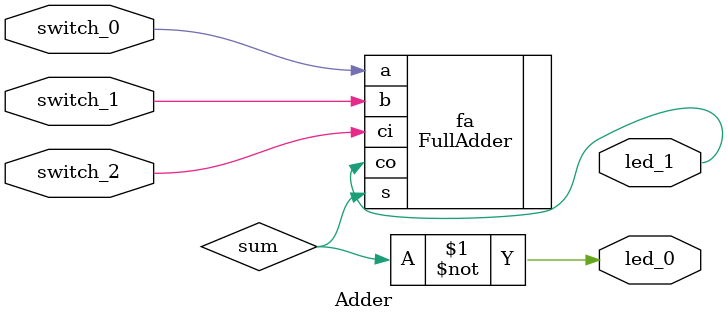
<source format=sv>
module Adder (
	input logic switch_0,
	input logic switch_1,
	input logic switch_2,
	output logic led_0, // LED ouput
	output logic led_1 // LED ouput
);
	logic sum;
	FullAdder fa(.a(switch_0), .b(switch_1), .ci(switch_2), .s(sum), .co(led_1));
	// We invert the bit since we're connecting to a anode common LED (0 will light the LED)
	assign led_0 = ~sum;
endmodule

</source>
